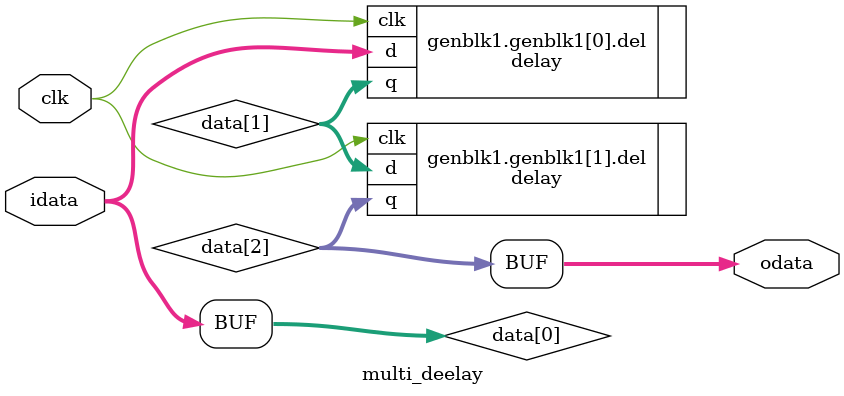
<source format=v>
`timescale 1ns / 1ps


`timescale 1ns / 1ps
//////////////////////////////////////////////////////////////////////////////////
// Company: 
// Engineer: 
// 
// Create Date: 03/10/2019 07:31:13 PM
// Design Name: 
// Module Name: multiDelay
// Project Name: 
// Target Devices: 
// Tool Versions: 
// Description: 
// 
// Dependencies: 
// 
// Revision:
// Revision 0.01 - File Created
// Additional Comments:
// 
//////////////////////////////////////////////////////////////////////////////////


module multi_deelay
#(
    parameter N = 2,
    parameter delay = 2
)
(
    input[N-1:0] idata,
    input clk,
    output[N-1:0] odata
);
wire[N-1:0] data [delay:0]; //tablica dwuwymiarowa: delay + 1 rejestrów N bitowych
assign data[0] = idata;

generate
if(delay == 0)
    assign odata = idata;
else
begin
    genvar i;
    for(i = 0; i < delay; i=i+1)
    begin
        delay 
        #(
        .N(N)
        )del(
        .clk(clk),
        .d(data[i]),
        .q(data[i+1]));
    end
    assign odata = data[delay]; //zerowe data to wej?cie, ostatnie data to wyj?cie z ca?ego uk?adu
end
endgenerate

endmodule

</source>
